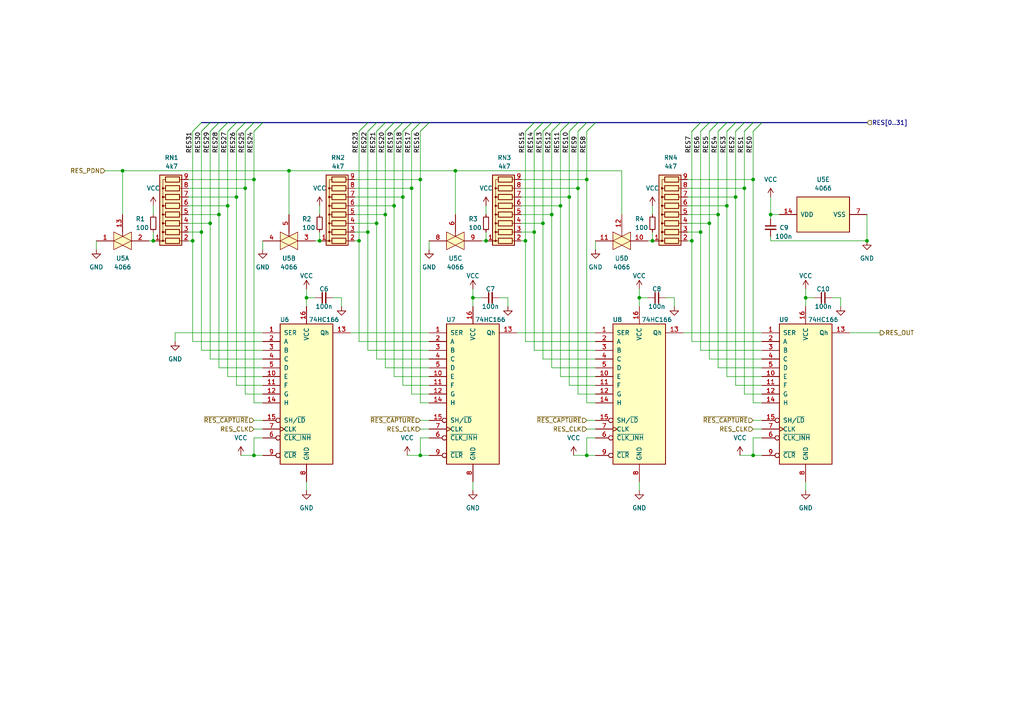
<source format=kicad_sch>
(kicad_sch (version 20211123) (generator eeschema)
  (paper "A4")
  (title_block (title "Test Result Capture Circuit") (date "2022-12-15") (rev "0") (company "Microcode.io"))
  (lib_symbols
    (symbol "4xxx:4066" (pin_names (offset 1.016))
      (property "Reference" "U" (at -7.62 8.89 0))
      (property "Value" "4066" (at -7.62 -8.89 0))
      (symbol "4066_1_0"
        (polyline (pts (xy 0 1.27) (xy 0 2.54)) (stroke (width 0.1524)))
        (polyline (pts (xy -2.54 0) (xy 2.54 2.54) (xy 2.54 -2.54) (xy -2.54 0)) (fill (type background)))
        (polyline (pts (xy -2.54 2.54) (xy 2.54 0) (xy -2.54 -2.54) (xy -2.54 2.54)) (fill (type background)))
        (pin passive line (at -7.62 0 0) (length 5.08) (name "~") (number "1"))
        (pin input line (at 0 7.62 270) (length 5.08) (name "~") (number "13"))
        (pin passive line (at 7.62 0 180) (length 5.08) (name "~") (number "2"))
      )
      (symbol "4066_2_0"
        (polyline (pts (xy 0 1.27) (xy 0 2.54)) (stroke (width 0.1524)))
        (polyline (pts (xy -2.54 0) (xy 2.54 2.54) (xy 2.54 -2.54) (xy -2.54 0)) (fill (type background)))
        (polyline (pts (xy -2.54 2.54) (xy 2.54 0) (xy -2.54 -2.54) (xy -2.54 2.54)) (fill (type background)))
        (pin passive line (at 7.62 0 180) (length 5.08) (name "~") (number "3"))
        (pin passive line (at -7.62 0 0) (length 5.08) (name "~") (number "4"))
        (pin input line (at 0 7.62 270) (length 5.08) (name "~") (number "5"))
      )
      (symbol "4066_3_0"
        (polyline (pts (xy 0 1.27) (xy 0 2.54)) (stroke (width 0.1524)))
        (polyline (pts (xy -2.54 0) (xy 2.54 2.54) (xy 2.54 -2.54) (xy -2.54 0)) (fill (type background)))
        (polyline (pts (xy -2.54 2.54) (xy 2.54 0) (xy -2.54 -2.54) (xy -2.54 2.54)) (fill (type background)))
        (pin input line (at 0 7.62 270) (length 5.08) (name "~") (number "6"))
        (pin passive line (at -7.62 0 0) (length 5.08) (name "~") (number "8"))
        (pin passive line (at 7.62 0 180) (length 5.08) (name "~") (number "9"))
      )
      (symbol "4066_4_0"
        (polyline (pts (xy 0 1.27) (xy 0 2.54)) (stroke (width 0.1524)))
        (polyline (pts (xy -2.54 0) (xy 2.54 2.54) (xy 2.54 -2.54) (xy -2.54 0)) (fill (type background)))
        (polyline (pts (xy -2.54 2.54) (xy 2.54 0) (xy -2.54 -2.54) (xy -2.54 2.54)) (fill (type background)))
        (pin passive line (at 7.62 0 180) (length 5.08) (name "~") (number "10"))
        (pin passive line (at -7.62 0 0) (length 5.08) (name "~") (number "11"))
        (pin input line (at 0 7.62 270) (length 5.08) (name "~") (number "12"))
      )
      (symbol "4066_5_0"
        (pin power_in line (at 0 12.7 270) (length 5.08) (name "VDD") (number "14"))
        (pin power_in line (at 0 -12.7 90) (length 5.08) (name "VSS") (number "7"))
      )
      (symbol "4066_5_1"
        (rectangle (start -5.08 7.62) (end 5.08 -7.62) (stroke (width 0.254)) (fill (type background)))
      )
    )
    (symbol "74xx:74LS166" (pin_names (offset 1.016))
      (property "Reference" "U?" (at -6.35 21.59 0))
      (property "Value" "74HC166" (at 5.08 21.59 0))
      (symbol "74LS166_1_0"
        (pin input line (at -12.7 17.78 0) (length 5.08) (name "SER") (number "1"))
        (pin input line (at -12.7 5.08 0) (length 5.08) (name "E") (number "10"))
        (pin input line (at -12.7 2.54 0) (length 5.08) (name "F") (number "11"))
        (pin input line (at -12.7 0 0) (length 5.08) (name "G") (number "12"))
        (pin output line (at 12.7 17.78 180) (length 5.08) (name "Qh") (number "13"))
        (pin input line (at -12.7 -2.54 0) (length 5.08) (name "H") (number "14"))
        (pin input inverted (at -12.7 -7.62 0) (length 5.08) (name "SH/~{LD}") (number "15"))
        (pin power_in line (at 0 25.4 270) (length 5.08) (name "VCC") (number "16"))
        (pin input line (at -12.7 15.24 0) (length 5.08) (name "A") (number "2"))
        (pin input line (at -12.7 12.7 0) (length 5.08) (name "B") (number "3"))
        (pin input line (at -12.7 10.16 0) (length 5.08) (name "C") (number "4"))
        (pin input line (at -12.7 7.62 0) (length 5.08) (name "D") (number "5"))
        (pin input inverted (at -12.7 -12.7 0) (length 5.08) (name "~{CLK_INH}") (number "6"))
        (pin input clock (at -12.7 -10.16 0) (length 5.08) (name "CLK") (number "7"))
        (pin power_in line (at 0 -25.4 90) (length 5.08) (name "GND") (number "8"))
        (pin input inverted (at -12.7 -17.78 0) (length 5.08) (name "~{CLR}") (number "9"))
      )
      (symbol "74LS166_1_1"
        (rectangle (start -7.62 20.32) (end 7.62 -20.32) (stroke (width 0.254)) (fill (type background)))
      )
    )
    (symbol "Device:C_Small" (pin_numbers hide) (pin_names (offset 0.254) hide)
      (property "Reference" "C" (at 0.254 1.778 0))
      (property "Value" "C_Small" (at 0.254 -2.032 0))
      (symbol "C_Small_0_1"
        (polyline (pts (xy -1.524 -0.508) (xy 1.524 -0.508)) (stroke (width 0.3302)))
        (polyline (pts (xy -1.524 0.508) (xy 1.524 0.508)) (stroke (width 0.3048)))
      )
      (symbol "C_Small_1_1"
        (pin passive line (at 0 2.54 270) (length 2.032) (name "~") (number "1"))
        (pin passive line (at 0 -2.54 90) (length 2.032) (name "~") (number "2"))
      )
    )
    (symbol "Device:R_Network08" (pin_names (offset 0) hide)
      (property "Reference" "RN" (at -12.7 0 90))
      (property "Value" "R_Network08" (at 10.16 0 90))
      (symbol "R_Network08_0_1"
        (rectangle (start -11.43 -3.175) (end 8.89 3.175) (stroke (width 0.254)) (fill (type background)))
        (rectangle (start -10.922 1.524) (end -9.398 -2.54) (stroke (width 0.254)))
        (circle (center -10.16 2.286) (radius 0.254) (fill (type outline)))
        (rectangle (start -8.382 1.524) (end -6.858 -2.54) (stroke (width 0.254)))
        (circle (center -7.62 2.286) (radius 0.254) (fill (type outline)))
        (rectangle (start -5.842 1.524) (end -4.318 -2.54) (stroke (width 0.254)))
        (circle (center -5.08 2.286) (radius 0.254) (fill (type outline)))
        (rectangle (start -3.302 1.524) (end -1.778 -2.54) (stroke (width 0.254)))
        (circle (center -2.54 2.286) (radius 0.254) (fill (type outline)))
        (rectangle (start -0.762 1.524) (end 0.762 -2.54) (stroke (width 0.254)))
        (polyline (pts (xy -10.16 -2.54) (xy -10.16 -3.81)))
        (polyline (pts (xy -7.62 -2.54) (xy -7.62 -3.81)))
        (polyline (pts (xy -5.08 -2.54) (xy -5.08 -3.81)))
        (polyline (pts (xy -2.54 -2.54) (xy -2.54 -3.81)))
        (polyline (pts (xy 0 -2.54) (xy 0 -3.81)))
        (polyline (pts (xy 2.54 -2.54) (xy 2.54 -3.81)))
        (polyline (pts (xy 5.08 -2.54) (xy 5.08 -3.81)))
        (polyline (pts (xy 7.62 -2.54) (xy 7.62 -3.81)))
        (polyline (pts (xy -10.16 1.524) (xy -10.16 2.286) (xy -7.62 2.286) (xy -7.62 1.524)))
        (polyline (pts (xy -7.62 1.524) (xy -7.62 2.286) (xy -5.08 2.286) (xy -5.08 1.524)))
        (polyline (pts (xy -5.08 1.524) (xy -5.08 2.286) (xy -2.54 2.286) (xy -2.54 1.524)))
        (polyline (pts (xy -2.54 1.524) (xy -2.54 2.286) (xy 0 2.286) (xy 0 1.524)))
        (polyline (pts (xy 0 1.524) (xy 0 2.286) (xy 2.54 2.286) (xy 2.54 1.524)))
        (polyline (pts (xy 2.54 1.524) (xy 2.54 2.286) (xy 5.08 2.286) (xy 5.08 1.524)))
        (polyline (pts (xy 5.08 1.524) (xy 5.08 2.286) (xy 7.62 2.286) (xy 7.62 1.524)))
        (circle (center 0 2.286) (radius 0.254) (fill (type outline)))
        (rectangle (start 1.778 1.524) (end 3.302 -2.54) (stroke (width 0.254)))
        (circle (center 2.54 2.286) (radius 0.254) (fill (type outline)))
        (rectangle (start 4.318 1.524) (end 5.842 -2.54) (stroke (width 0.254)))
        (circle (center 5.08 2.286) (radius 0.254) (fill (type outline)))
        (rectangle (start 6.858 1.524) (end 8.382 -2.54) (stroke (width 0.254)))
      )
      (symbol "R_Network08_1_1"
        (pin passive line (at -10.16 5.08 270) (length 2.54) (name "common") (number "1"))
        (pin passive line (at -10.16 -5.08 90) (length 1.27) (name "R1") (number "2"))
        (pin passive line (at -7.62 -5.08 90) (length 1.27) (name "R2") (number "3"))
        (pin passive line (at -5.08 -5.08 90) (length 1.27) (name "R3") (number "4"))
        (pin passive line (at -2.54 -5.08 90) (length 1.27) (name "R4") (number "5"))
        (pin passive line (at 0 -5.08 90) (length 1.27) (name "R5") (number "6"))
        (pin passive line (at 2.54 -5.08 90) (length 1.27) (name "R6") (number "7"))
        (pin passive line (at 5.08 -5.08 90) (length 1.27) (name "R7") (number "8"))
        (pin passive line (at 7.62 -5.08 90) (length 1.27) (name "R8") (number "9"))
      )
    )
    (symbol "Device:R_Small" (pin_numbers hide) (pin_names (offset 0.254) hide)
      (property "Reference" "R" (at 0.762 0.508 0))
      (property "Value" "R_Small" (at 0.762 -1.016 0))
      (symbol "R_Small_0_1"
        (rectangle (start -0.762 1.778) (end 0.762 -1.778) (stroke (width 0.2032)))
      )
      (symbol "R_Small_1_1"
        (pin passive line (at 0 2.54 270) (length 0.762) (name "~") (number "1"))
        (pin passive line (at 0 -2.54 90) (length 0.762) (name "~") (number "2"))
      )
    )
    (symbol "power:GND" (power) (pin_names (offset 0))
      (property "Value" "GND" (at 0 -3.81 0))
      (symbol "GND_0_1"
        (polyline (pts (xy 0 0) (xy 0 -1.27) (xy 1.27 -1.27) (xy 0 -2.54) (xy -1.27 -1.27) (xy 0 -1.27)))
      )
      (symbol "GND_1_1"
        (pin power_in line (at 0 0 270) (length 0) hide (name "GND") (number "1"))
      )
    )
    (symbol "power:VCC" (power) (pin_names (offset 0))
      (property "Value" "VCC" (at 0 3.81 0))
      (symbol "VCC_0_1"
        (polyline (pts (xy -0.762 1.27) (xy 0 2.54)))
        (polyline (pts (xy 0 0) (xy 0 2.54)))
        (polyline (pts (xy 0 2.54) (xy 0.762 1.27)))
      )
      (symbol "VCC_1_1"
        (pin power_in line (at 0 0 90) (length 0) hide (name "VCC") (number "1"))
      )
    )
  )
  (junction (at 210.82 59.69))
  (junction (at 203.2 67.31))
  (junction (at 160.02 62.23))
  (junction (at 88.9 86.36))
  (junction (at 63.5 62.23))
  (junction (at 189.23 69.85))
  (junction (at 111.76 62.23))
  (junction (at 200.66 69.85))
  (junction (at 233.68 86.36))
  (junction (at 83.82 49.53))
  (junction (at 109.22 64.77))
  (junction (at 44.45 69.85))
  (junction (at 218.44 132.08))
  (junction (at 114.3 59.69))
  (junction (at 106.68 67.31))
  (junction (at 104.14 69.85))
  (junction (at 170.18 132.08))
  (junction (at 137.16 86.36))
  (junction (at 60.96 64.77))
  (junction (at 35.56 49.53))
  (junction (at 68.58 57.15))
  (junction (at 223.52 62.23))
  (junction (at 165.1 57.15))
  (junction (at 218.44 52.07))
  (junction (at 205.74 64.77))
  (junction (at 162.56 59.69))
  (junction (at 140.97 69.85))
  (junction (at 185.42 86.36))
  (junction (at 119.38 54.61))
  (junction (at 208.28 62.23))
  (junction (at 73.66 132.08))
  (junction (at 116.84 57.15))
  (junction (at 154.94 67.31))
  (junction (at 167.64 54.61))
  (junction (at 215.9 54.61))
  (junction (at 251.46 69.85))
  (junction (at 92.71 69.85))
  (junction (at 157.48 64.77))
  (junction (at 121.92 52.07))
  (junction (at 55.88 69.85))
  (junction (at 213.36 57.15))
  (junction (at 66.04 59.69))
  (junction (at 170.18 52.07))
  (junction (at 152.4 69.85))
  (junction (at 121.92 132.08))
  (junction (at 58.42 67.31))
  (junction (at 73.66 52.07))
  (junction (at 71.12 54.61))
  (junction (at 132.08 49.53))
  (bus_entry (at 165.1 38.1) (size 2.54 -2.54))
  (bus_entry (at 165.1 38.1) (size 2.54 -2.54))
  (bus_entry (at 73.66 38.1) (size 2.54 -2.54))
  (bus_entry (at 73.66 38.1) (size 2.54 -2.54))
  (bus_entry (at 114.3 38.1) (size 2.54 -2.54))
  (bus_entry (at 114.3 38.1) (size 2.54 -2.54))
  (bus_entry (at 55.88 38.1) (size 2.54 -2.54))
  (bus_entry (at 55.88 38.1) (size 2.54 -2.54))
  (bus_entry (at 109.22 38.1) (size 2.54 -2.54))
  (bus_entry (at 109.22 38.1) (size 2.54 -2.54))
  (bus_entry (at 218.44 38.1) (size 2.54 -2.54))
  (bus_entry (at 218.44 38.1) (size 2.54 -2.54))
  (bus_entry (at 157.48 38.1) (size 2.54 -2.54))
  (bus_entry (at 157.48 38.1) (size 2.54 -2.54))
  (bus_entry (at 200.66 38.1) (size 2.54 -2.54))
  (bus_entry (at 200.66 38.1) (size 2.54 -2.54))
  (bus_entry (at 63.5 38.1) (size 2.54 -2.54))
  (bus_entry (at 63.5 38.1) (size 2.54 -2.54))
  (bus_entry (at 119.38 38.1) (size 2.54 -2.54))
  (bus_entry (at 119.38 38.1) (size 2.54 -2.54))
  (bus_entry (at 170.18 38.1) (size 2.54 -2.54))
  (bus_entry (at 170.18 38.1) (size 2.54 -2.54))
  (bus_entry (at 66.04 38.1) (size 2.54 -2.54))
  (bus_entry (at 66.04 38.1) (size 2.54 -2.54))
  (bus_entry (at 152.4 38.1) (size 2.54 -2.54))
  (bus_entry (at 152.4 38.1) (size 2.54 -2.54))
  (bus_entry (at 111.76 38.1) (size 2.54 -2.54))
  (bus_entry (at 111.76 38.1) (size 2.54 -2.54))
  (bus_entry (at 205.74 38.1) (size 2.54 -2.54))
  (bus_entry (at 205.74 38.1) (size 2.54 -2.54))
  (bus_entry (at 116.84 38.1) (size 2.54 -2.54))
  (bus_entry (at 116.84 38.1) (size 2.54 -2.54))
  (bus_entry (at 68.58 38.1) (size 2.54 -2.54))
  (bus_entry (at 68.58 38.1) (size 2.54 -2.54))
  (bus_entry (at 121.92 38.1) (size 2.54 -2.54))
  (bus_entry (at 121.92 38.1) (size 2.54 -2.54))
  (bus_entry (at 162.56 38.1) (size 2.54 -2.54))
  (bus_entry (at 162.56 38.1) (size 2.54 -2.54))
  (bus_entry (at 104.14 38.1) (size 2.54 -2.54))
  (bus_entry (at 104.14 38.1) (size 2.54 -2.54))
  (bus_entry (at 58.42 38.1) (size 2.54 -2.54))
  (bus_entry (at 58.42 38.1) (size 2.54 -2.54))
  (bus_entry (at 60.96 38.1) (size 2.54 -2.54))
  (bus_entry (at 60.96 38.1) (size 2.54 -2.54))
  (bus_entry (at 160.02 38.1) (size 2.54 -2.54))
  (bus_entry (at 160.02 38.1) (size 2.54 -2.54))
  (bus_entry (at 210.82 38.1) (size 2.54 -2.54))
  (bus_entry (at 210.82 38.1) (size 2.54 -2.54))
  (bus_entry (at 71.12 38.1) (size 2.54 -2.54))
  (bus_entry (at 71.12 38.1) (size 2.54 -2.54))
  (bus_entry (at 213.36 38.1) (size 2.54 -2.54))
  (bus_entry (at 213.36 38.1) (size 2.54 -2.54))
  (bus_entry (at 208.28 38.1) (size 2.54 -2.54))
  (bus_entry (at 208.28 38.1) (size 2.54 -2.54))
  (bus_entry (at 215.9 38.1) (size 2.54 -2.54))
  (bus_entry (at 215.9 38.1) (size 2.54 -2.54))
  (bus_entry (at 167.64 38.1) (size 2.54 -2.54))
  (bus_entry (at 167.64 38.1) (size 2.54 -2.54))
  (bus_entry (at 154.94 38.1) (size 2.54 -2.54))
  (bus_entry (at 154.94 38.1) (size 2.54 -2.54))
  (bus_entry (at 203.2 38.1) (size 2.54 -2.54))
  (bus_entry (at 203.2 38.1) (size 2.54 -2.54))
  (bus_entry (at 106.68 38.1) (size 2.54 -2.54))
  (bus_entry (at 106.68 38.1) (size 2.54 -2.54))
  (bus (pts (xy 68.58 35.56) (xy 71.12 35.56)))
  (wire (pts (xy 66.04 59.69) (xy 66.04 109.22)))
  (wire (pts (xy 60.96 64.77) (xy 60.96 104.14)))
  (wire (pts (xy 205.74 38.1) (xy 205.74 64.77)))
  (wire (pts (xy 172.72 111.76) (xy 165.1 111.76)))
  (wire (pts (xy 68.58 57.15) (xy 68.58 111.76)))
  (wire (pts (xy 121.92 132.08) (xy 124.46 132.08)))
  (wire (pts (xy 220.98 101.6) (xy 203.2 101.6)))
  (wire (pts (xy 124.46 96.52) (xy 101.6 96.52)))
  (wire (pts (xy 102.87 69.85) (xy 104.14 69.85)))
  (wire (pts (xy 218.44 121.92) (xy 220.98 121.92)))
  (wire (pts (xy 203.2 67.31) (xy 203.2 101.6)))
  (wire (pts (xy 140.97 59.69) (xy 140.97 62.23)))
  (wire (pts (xy 55.88 69.85) (xy 55.88 99.06)))
  (wire (pts (xy 44.45 67.31) (xy 44.45 69.85)))
  (wire (pts (xy 140.97 67.31) (xy 140.97 69.85)))
  (wire (pts (xy 54.61 64.77) (xy 60.96 64.77)))
  (wire (pts (xy 114.3 38.1) (xy 114.3 59.69)))
  (bus (pts (xy 210.82 35.56) (xy 213.36 35.56)))
  (wire (pts (xy 124.46 111.76) (xy 116.84 111.76)))
  (wire (pts (xy 30.48 49.53) (xy 35.56 49.53)))
  (bus (pts (xy 60.96 35.56) (xy 63.5 35.56)))
  (wire (pts (xy 118.11 132.08) (xy 121.92 132.08)))
  (wire (pts (xy 185.42 86.36) (xy 187.96 86.36)))
  (wire (pts (xy 172.72 99.06) (xy 152.4 99.06)))
  (wire (pts (xy 83.82 49.53) (xy 83.82 62.23)))
  (wire (pts (xy 88.9 86.36) (xy 91.44 86.36)))
  (bus (pts (xy 63.5 35.56) (xy 66.04 35.56)))
  (wire (pts (xy 220.98 104.14) (xy 205.74 104.14)))
  (wire (pts (xy 76.2 114.3) (xy 71.12 114.3)))
  (wire (pts (xy 55.88 38.1) (xy 55.88 69.85)))
  (wire (pts (xy 167.64 54.61) (xy 167.64 114.3)))
  (wire (pts (xy 119.38 38.1) (xy 119.38 54.61)))
  (wire (pts (xy 214.63 132.08) (xy 218.44 132.08)))
  (wire (pts (xy 102.87 67.31) (xy 106.68 67.31)))
  (wire (pts (xy 172.72 101.6) (xy 154.94 101.6)))
  (wire (pts (xy 132.08 49.53) (xy 180.34 49.53)))
  (wire (pts (xy 172.72 127) (xy 170.18 127)))
  (wire (pts (xy 220.98 96.52) (xy 198.12 96.52)))
  (bus (pts (xy 109.22 35.56) (xy 111.76 35.56)))
  (wire (pts (xy 76.2 106.68) (xy 63.5 106.68)))
  (wire (pts (xy 208.28 62.23) (xy 208.28 106.68)))
  (wire (pts (xy 91.44 69.85) (xy 92.71 69.85)))
  (wire (pts (xy 200.66 69.85) (xy 200.66 99.06)))
  (bus (pts (xy 162.56 35.56) (xy 165.1 35.56)))
  (bus (pts (xy 116.84 35.56) (xy 119.38 35.56)))
  (wire (pts (xy 124.46 104.14) (xy 109.22 104.14)))
  (wire (pts (xy 44.45 59.69) (xy 44.45 62.23)))
  (wire (pts (xy 223.52 62.23) (xy 223.52 63.5)))
  (wire (pts (xy 151.13 69.85) (xy 152.4 69.85)))
  (wire (pts (xy 88.9 83.82) (xy 88.9 86.36)))
  (wire (pts (xy 111.76 62.23) (xy 111.76 106.68)))
  (wire (pts (xy 73.66 121.92) (xy 76.2 121.92)))
  (wire (pts (xy 76.2 104.14) (xy 60.96 104.14)))
  (wire (pts (xy 189.23 59.69) (xy 189.23 62.23)))
  (bus (pts (xy 165.1 35.56) (xy 167.64 35.56)))
  (wire (pts (xy 54.61 54.61) (xy 71.12 54.61)))
  (wire (pts (xy 116.84 57.15) (xy 116.84 111.76)))
  (wire (pts (xy 199.39 62.23) (xy 208.28 62.23)))
  (wire (pts (xy 151.13 59.69) (xy 162.56 59.69)))
  (wire (pts (xy 185.42 139.7) (xy 185.42 142.24)))
  (wire (pts (xy 54.61 67.31) (xy 58.42 67.31)))
  (wire (pts (xy 124.46 109.22) (xy 114.3 109.22)))
  (wire (pts (xy 185.42 86.36) (xy 185.42 88.9)))
  (wire (pts (xy 124.46 127) (xy 121.92 127)))
  (bus (pts (xy 167.64 35.56) (xy 170.18 35.56)))
  (wire (pts (xy 27.94 69.85) (xy 27.94 72.39)))
  (wire (pts (xy 170.18 124.46) (xy 172.72 124.46)))
  (wire (pts (xy 121.92 52.07) (xy 121.92 116.84)))
  (bus (pts (xy 172.72 35.56) (xy 203.2 35.56)))
  (wire (pts (xy 54.61 59.69) (xy 66.04 59.69)))
  (wire (pts (xy 73.66 124.46) (xy 76.2 124.46)))
  (wire (pts (xy 233.68 139.7) (xy 233.68 142.24)))
  (wire (pts (xy 92.71 59.69) (xy 92.71 62.23)))
  (bus (pts (xy 213.36 35.56) (xy 215.9 35.56)))
  (wire (pts (xy 251.46 62.23) (xy 251.46 69.85)))
  (wire (pts (xy 170.18 121.92) (xy 172.72 121.92)))
  (wire (pts (xy 69.85 132.08) (xy 73.66 132.08)))
  (wire (pts (xy 215.9 54.61) (xy 215.9 114.3)))
  (bus (pts (xy 208.28 35.56) (xy 210.82 35.56)))
  (wire (pts (xy 233.68 83.82) (xy 233.68 86.36)))
  (wire (pts (xy 76.2 96.52) (xy 50.8 96.52)))
  (wire (pts (xy 140.97 69.85) (xy 143.51 69.85)))
  (wire (pts (xy 210.82 59.69) (xy 210.82 109.22)))
  (wire (pts (xy 205.74 64.77) (xy 205.74 104.14)))
  (wire (pts (xy 220.98 114.3) (xy 215.9 114.3)))
  (wire (pts (xy 189.23 69.85) (xy 191.77 69.85)))
  (wire (pts (xy 76.2 99.06) (xy 55.88 99.06)))
  (wire (pts (xy 73.66 127) (xy 73.66 132.08)))
  (wire (pts (xy 76.2 127) (xy 73.66 127)))
  (wire (pts (xy 54.61 52.07) (xy 73.66 52.07)))
  (bus (pts (xy 157.48 35.56) (xy 160.02 35.56)))
  (bus (pts (xy 124.46 35.56) (xy 154.94 35.56)))
  (bus (pts (xy 106.68 35.56) (xy 109.22 35.56)))
  (wire (pts (xy 121.92 38.1) (xy 121.92 52.07)))
  (wire (pts (xy 243.84 86.36) (xy 243.84 88.9)))
  (wire (pts (xy 35.56 49.53) (xy 35.56 62.23)))
  (wire (pts (xy 165.1 38.1) (xy 165.1 57.15)))
  (wire (pts (xy 220.98 99.06) (xy 200.66 99.06)))
  (bus (pts (xy 114.3 35.56) (xy 116.84 35.56)))
  (wire (pts (xy 220.98 111.76) (xy 213.36 111.76)))
  (wire (pts (xy 137.16 83.82) (xy 137.16 86.36)))
  (wire (pts (xy 106.68 67.31) (xy 106.68 101.6)))
  (bus (pts (xy 76.2 35.56) (xy 106.68 35.56)))
  (wire (pts (xy 124.46 101.6) (xy 106.68 101.6)))
  (wire (pts (xy 102.87 57.15) (xy 116.84 57.15)))
  (wire (pts (xy 43.18 69.85) (xy 44.45 69.85)))
  (wire (pts (xy 200.66 38.1) (xy 200.66 69.85)))
  (wire (pts (xy 157.48 64.77) (xy 157.48 104.14)))
  (wire (pts (xy 63.5 62.23) (xy 63.5 106.68)))
  (wire (pts (xy 119.38 54.61) (xy 119.38 114.3)))
  (wire (pts (xy 151.13 52.07) (xy 170.18 52.07)))
  (wire (pts (xy 199.39 57.15) (xy 213.36 57.15)))
  (wire (pts (xy 172.72 106.68) (xy 160.02 106.68)))
  (wire (pts (xy 152.4 38.1) (xy 152.4 69.85)))
  (wire (pts (xy 223.52 69.85) (xy 251.46 69.85)))
  (wire (pts (xy 104.14 38.1) (xy 104.14 69.85)))
  (wire (pts (xy 66.04 38.1) (xy 66.04 59.69)))
  (wire (pts (xy 73.66 38.1) (xy 73.66 52.07)))
  (wire (pts (xy 121.92 121.92) (xy 124.46 121.92)))
  (wire (pts (xy 137.16 86.36) (xy 137.16 88.9)))
  (wire (pts (xy 246.38 96.52) (xy 255.27 96.52)))
  (wire (pts (xy 233.68 86.36) (xy 236.22 86.36)))
  (wire (pts (xy 102.87 59.69) (xy 114.3 59.69)))
  (wire (pts (xy 199.39 64.77) (xy 205.74 64.77)))
  (bus (pts (xy 215.9 35.56) (xy 218.44 35.56)))
  (wire (pts (xy 76.2 109.22) (xy 66.04 109.22)))
  (wire (pts (xy 68.58 38.1) (xy 68.58 57.15)))
  (wire (pts (xy 154.94 38.1) (xy 154.94 67.31)))
  (wire (pts (xy 76.2 101.6) (xy 58.42 101.6)))
  (wire (pts (xy 199.39 67.31) (xy 203.2 67.31)))
  (wire (pts (xy 218.44 52.07) (xy 218.44 116.84)))
  (wire (pts (xy 124.46 114.3) (xy 119.38 114.3)))
  (wire (pts (xy 154.94 67.31) (xy 154.94 101.6)))
  (bus (pts (xy 160.02 35.56) (xy 162.56 35.56)))
  (wire (pts (xy 218.44 132.08) (xy 220.98 132.08)))
  (wire (pts (xy 170.18 132.08) (xy 172.72 132.08)))
  (wire (pts (xy 76.2 69.85) (xy 76.2 72.39)))
  (wire (pts (xy 218.44 124.46) (xy 220.98 124.46)))
  (wire (pts (xy 88.9 86.36) (xy 88.9 88.9)))
  (wire (pts (xy 137.16 139.7) (xy 137.16 142.24)))
  (wire (pts (xy 35.56 49.53) (xy 83.82 49.53)))
  (bus (pts (xy 119.38 35.56) (xy 121.92 35.56)))
  (wire (pts (xy 167.64 38.1) (xy 167.64 54.61)))
  (wire (pts (xy 151.13 64.77) (xy 157.48 64.77)))
  (wire (pts (xy 213.36 57.15) (xy 213.36 111.76)))
  (wire (pts (xy 114.3 59.69) (xy 114.3 109.22)))
  (wire (pts (xy 199.39 59.69) (xy 210.82 59.69)))
  (wire (pts (xy 124.46 116.84) (xy 121.92 116.84)))
  (wire (pts (xy 116.84 38.1) (xy 116.84 57.15)))
  (wire (pts (xy 54.61 57.15) (xy 68.58 57.15)))
  (wire (pts (xy 172.72 104.14) (xy 157.48 104.14)))
  (wire (pts (xy 58.42 67.31) (xy 58.42 101.6)))
  (bus (pts (xy 58.42 35.56) (xy 60.96 35.56)))
  (bus (pts (xy 205.74 35.56) (xy 208.28 35.56)))
  (wire (pts (xy 162.56 59.69) (xy 162.56 109.22)))
  (wire (pts (xy 73.66 132.08) (xy 76.2 132.08)))
  (wire (pts (xy 172.72 109.22) (xy 162.56 109.22)))
  (wire (pts (xy 193.04 86.36) (xy 195.58 86.36)))
  (wire (pts (xy 137.16 86.36) (xy 139.7 86.36)))
  (wire (pts (xy 172.72 114.3) (xy 167.64 114.3)))
  (wire (pts (xy 157.48 38.1) (xy 157.48 64.77)))
  (wire (pts (xy 102.87 62.23) (xy 111.76 62.23)))
  (wire (pts (xy 147.32 86.36) (xy 147.32 88.9)))
  (wire (pts (xy 213.36 38.1) (xy 213.36 57.15)))
  (wire (pts (xy 102.87 64.77) (xy 109.22 64.77)))
  (wire (pts (xy 170.18 127) (xy 170.18 132.08)))
  (bus (pts (xy 73.66 35.56) (xy 76.2 35.56)))
  (wire (pts (xy 121.92 127) (xy 121.92 132.08)))
  (wire (pts (xy 54.61 69.85) (xy 55.88 69.85)))
  (wire (pts (xy 151.13 54.61) (xy 167.64 54.61)))
  (wire (pts (xy 233.68 86.36) (xy 233.68 88.9)))
  (wire (pts (xy 160.02 38.1) (xy 160.02 62.23)))
  (wire (pts (xy 220.98 106.68) (xy 208.28 106.68)))
  (wire (pts (xy 165.1 57.15) (xy 165.1 111.76)))
  (wire (pts (xy 203.2 38.1) (xy 203.2 67.31)))
  (wire (pts (xy 172.72 69.85) (xy 172.72 72.39)))
  (wire (pts (xy 73.66 52.07) (xy 73.66 116.84)))
  (wire (pts (xy 44.45 69.85) (xy 46.99 69.85)))
  (wire (pts (xy 199.39 69.85) (xy 200.66 69.85)))
  (bus (pts (xy 203.2 35.56) (xy 205.74 35.56)))
  (wire (pts (xy 144.78 86.36) (xy 147.32 86.36)))
  (wire (pts (xy 220.98 116.84) (xy 218.44 116.84)))
  (wire (pts (xy 124.46 69.85) (xy 124.46 72.39)))
  (wire (pts (xy 54.61 62.23) (xy 63.5 62.23)))
  (wire (pts (xy 124.46 99.06) (xy 104.14 99.06)))
  (wire (pts (xy 92.71 69.85) (xy 95.25 69.85)))
  (wire (pts (xy 104.14 69.85) (xy 104.14 99.06)))
  (bus (pts (xy 154.94 35.56) (xy 157.48 35.56)))
  (bus (pts (xy 121.92 35.56) (xy 124.46 35.56)))
  (wire (pts (xy 102.87 54.61) (xy 119.38 54.61)))
  (wire (pts (xy 199.39 52.07) (xy 218.44 52.07)))
  (wire (pts (xy 99.06 86.36) (xy 99.06 88.9)))
  (wire (pts (xy 199.39 54.61) (xy 215.9 54.61)))
  (wire (pts (xy 63.5 38.1) (xy 63.5 62.23)))
  (bus (pts (xy 111.76 35.56) (xy 114.3 35.56)))
  (wire (pts (xy 106.68 38.1) (xy 106.68 67.31)))
  (bus (pts (xy 71.12 35.56) (xy 73.66 35.56)))
  (wire (pts (xy 162.56 38.1) (xy 162.56 59.69)))
  (wire (pts (xy 223.52 57.15) (xy 223.52 62.23)))
  (wire (pts (xy 102.87 52.07) (xy 121.92 52.07)))
  (wire (pts (xy 185.42 83.82) (xy 185.42 86.36)))
  (wire (pts (xy 160.02 62.23) (xy 160.02 106.68)))
  (bus (pts (xy 170.18 35.56) (xy 172.72 35.56)))
  (wire (pts (xy 50.8 96.52) (xy 50.8 99.06)))
  (wire (pts (xy 210.82 38.1) (xy 210.82 59.69)))
  (wire (pts (xy 218.44 38.1) (xy 218.44 52.07)))
  (wire (pts (xy 151.13 62.23) (xy 160.02 62.23)))
  (wire (pts (xy 223.52 62.23) (xy 226.06 62.23)))
  (bus (pts (xy 66.04 35.56) (xy 68.58 35.56)))
  (wire (pts (xy 170.18 52.07) (xy 170.18 116.84)))
  (wire (pts (xy 109.22 38.1) (xy 109.22 64.77)))
  (wire (pts (xy 124.46 106.68) (xy 111.76 106.68)))
  (wire (pts (xy 109.22 64.77) (xy 109.22 104.14)))
  (wire (pts (xy 215.9 38.1) (xy 215.9 54.61)))
  (wire (pts (xy 76.2 116.84) (xy 73.66 116.84)))
  (wire (pts (xy 139.7 69.85) (xy 140.97 69.85)))
  (bus (pts (xy 218.44 35.56) (xy 220.98 35.56)))
  (wire (pts (xy 220.98 127) (xy 218.44 127)))
  (wire (pts (xy 195.58 86.36) (xy 195.58 88.9)))
  (wire (pts (xy 172.72 116.84) (xy 170.18 116.84)))
  (bus (pts (xy 220.98 35.56) (xy 251.46 35.56)))
  (wire (pts (xy 76.2 111.76) (xy 68.58 111.76)))
  (wire (pts (xy 111.76 38.1) (xy 111.76 62.23)))
  (wire (pts (xy 151.13 67.31) (xy 154.94 67.31)))
  (wire (pts (xy 187.96 69.85) (xy 189.23 69.85)))
  (wire (pts (xy 60.96 38.1) (xy 60.96 64.77)))
  (wire (pts (xy 220.98 109.22) (xy 210.82 109.22)))
  (wire (pts (xy 92.71 67.31) (xy 92.71 69.85)))
  (wire (pts (xy 151.13 57.15) (xy 165.1 57.15)))
  (wire (pts (xy 96.52 86.36) (xy 99.06 86.36)))
  (wire (pts (xy 71.12 54.61) (xy 71.12 114.3)))
  (wire (pts (xy 83.82 49.53) (xy 132.08 49.53)))
  (wire (pts (xy 172.72 96.52) (xy 149.86 96.52)))
  (wire (pts (xy 88.9 139.7) (xy 88.9 142.24)))
  (wire (pts (xy 218.44 127) (xy 218.44 132.08)))
  (wire (pts (xy 241.3 86.36) (xy 243.84 86.36)))
  (wire (pts (xy 132.08 49.53) (xy 132.08 62.23)))
  (wire (pts (xy 170.18 38.1) (xy 170.18 52.07)))
  (wire (pts (xy 152.4 69.85) (xy 152.4 99.06)))
  (wire (pts (xy 208.28 38.1) (xy 208.28 62.23)))
  (wire (pts (xy 180.34 49.53) (xy 180.34 62.23)))
  (wire (pts (xy 166.37 132.08) (xy 170.18 132.08)))
  (wire (pts (xy 121.92 124.46) (xy 124.46 124.46)))
  (wire (pts (xy 71.12 38.1) (xy 71.12 54.61)))
  (wire (pts (xy 189.23 67.31) (xy 189.23 69.85)))
  (wire (pts (xy 58.42 38.1) (xy 58.42 67.31)))
  (wire (pts (xy 223.52 68.58) (xy 223.52 69.85)))
  (label "RES29" (at 60.96 44.45 90))
  (label "RES29" (at 60.96 44.45 90))
  (label "RES9" (at 167.64 44.45 90))
  (label "RES9" (at 167.64 44.45 90))
  (label "RES23" (at 104.14 44.45 90))
  (label "RES23" (at 104.14 44.45 90))
  (label "RES6" (at 203.2 44.45 90))
  (label "RES6" (at 203.2 44.45 90))
  (label "RES22" (at 106.68 44.45 90))
  (label "RES22" (at 106.68 44.45 90))
  (label "RES25" (at 71.12 44.45 90))
  (label "RES25" (at 71.12 44.45 90))
  (label "RES13" (at 157.48 44.45 90))
  (label "RES13" (at 157.48 44.45 90))
  (label "RES18" (at 116.84 44.45 90))
  (label "RES18" (at 116.84 44.45 90))
  (label "RES3" (at 210.82 44.45 90))
  (label "RES3" (at 210.82 44.45 90))
  (label "RES7" (at 200.66 44.45 90))
  (label "RES7" (at 200.66 44.45 90))
  (label "RES14" (at 154.94 44.45 90))
  (label "RES14" (at 154.94 44.45 90))
  (label "RES31" (at 55.88 44.45 90))
  (label "RES31" (at 55.88 44.45 90))
  (label "RES26" (at 68.58 44.45 90))
  (label "RES26" (at 68.58 44.45 90))
  (label "RES24" (at 73.66 44.45 90))
  (label "RES24" (at 73.66 44.45 90))
  (label "RES21" (at 109.22 44.45 90))
  (label "RES21" (at 109.22 44.45 90))
  (label "RES5" (at 205.74 44.45 90))
  (label "RES5" (at 205.74 44.45 90))
  (label "RES20" (at 111.76 44.45 90))
  (label "RES20" (at 111.76 44.45 90))
  (label "RES8" (at 170.18 44.45 90))
  (label "RES8" (at 170.18 44.45 90))
  (label "RES27" (at 66.04 44.45 90))
  (label "RES27" (at 66.04 44.45 90))
  (label "RES12" (at 160.02 44.45 90))
  (label "RES12" (at 160.02 44.45 90))
  (label "RES16" (at 121.92 44.45 90))
  (label "RES16" (at 121.92 44.45 90))
  (label "RES28" (at 63.5 44.45 90))
  (label "RES28" (at 63.5 44.45 90))
  (label "RES4" (at 208.28 44.45 90))
  (label "RES4" (at 208.28 44.45 90))
  (label "RES2" (at 213.36 44.45 90))
  (label "RES2" (at 213.36 44.45 90))
  (label "RES17" (at 119.38 44.45 90))
  (label "RES17" (at 119.38 44.45 90))
  (label "RES19" (at 114.3 44.45 90))
  (label "RES19" (at 114.3 44.45 90))
  (label "RES1" (at 215.9 44.45 90))
  (label "RES1" (at 215.9 44.45 90))
  (label "RES15" (at 152.4 44.45 90))
  (label "RES15" (at 152.4 44.45 90))
  (label "RES11" (at 162.56 44.45 90))
  (label "RES11" (at 162.56 44.45 90))
  (label "RES0" (at 218.44 44.45 90))
  (label "RES0" (at 218.44 44.45 90))
  (label "RES30" (at 58.42 44.45 90))
  (label "RES30" (at 58.42 44.45 90))
  (label "RES10" (at 165.1 44.45 90))
  (label "RES10" (at 165.1 44.45 90))
  (hierarchical_label "RES[0..31]" (shape input) (at 251.46 35.56 0))
  (hierarchical_label "RES[0..31]" (shape input) (at 251.46 35.56 0))
  (hierarchical_label "RES_OUT" (shape output) (at 255.27 96.52 0))
  (hierarchical_label "RES_OUT" (shape output) (at 255.27 96.52 0))
  (hierarchical_label "RES_CLK" (shape input) (at 73.66 124.46 180))
  (hierarchical_label "RES_CLK" (shape input) (at 73.66 124.46 180))
  (hierarchical_label "RES_CLK" (shape input) (at 170.18 124.46 180))
  (hierarchical_label "RES_CLK" (shape input) (at 170.18 124.46 180))
  (hierarchical_label "RES_PDN" (shape input) (at 30.48 49.53 180))
  (hierarchical_label "RES_PDN" (shape input) (at 30.48 49.53 180))
  (hierarchical_label "~{RES_CAPTURE}" (shape input) (at 73.66 121.92 180))
  (hierarchical_label "~{RES_CAPTURE}" (shape input) (at 73.66 121.92 180))
  (hierarchical_label "~{RES_CAPTURE}" (shape input) (at 170.18 121.92 180))
  (hierarchical_label "~{RES_CAPTURE}" (shape input) (at 170.18 121.92 180))
  (hierarchical_label "RES_CLK" (shape input) (at 121.92 124.46 180))
  (hierarchical_label "RES_CLK" (shape input) (at 121.92 124.46 180))
  (hierarchical_label "RES_CLK" (shape input) (at 218.44 124.46 180))
  (hierarchical_label "RES_CLK" (shape input) (at 218.44 124.46 180))
  (hierarchical_label "~{RES_CAPTURE}" (shape input) (at 121.92 121.92 180))
  (hierarchical_label "~{RES_CAPTURE}" (shape input) (at 121.92 121.92 180))
  (hierarchical_label "~{RES_CAPTURE}" (shape input) (at 218.44 121.92 180))
  (hierarchical_label "~{RES_CAPTURE}" (shape input) (at 218.44 121.92 180))
  (symbol (lib_id "power:GND") (at 137.16 142.24 0) (unit 1)
    (property "Reference" "#PWR029" (effects hide))
    (property "Value" "GND" (at 137.16 147.32 0))
  )
  (symbol (lib_id "power:GND") (at 137.16 142.24 0) (unit 1)
    (property "Reference" "#PWR029" (effects hide))
    (property "Value" "GND" (at 137.16 147.32 0))
  )
  (symbol (lib_id "Device:C_Small") (at 93.98 86.36 90) (unit 1)
    (property "Reference" "C6" (at 93.98 83.82 90))
    (property "Value" "100n" (at 93.98 88.9 90))
    (property "Footprint" "Capacitor_SMD:C_1206_3216Metric_Pad1.33x1.80mm_HandSolder" (effects hide))
  )
  (symbol (lib_id "Device:C_Small") (at 93.98 86.36 90) (unit 1)
    (property "Reference" "C6" (at 93.98 83.82 90))
    (property "Value" "100n" (at 93.98 88.9 90))
    (property "Footprint" "Capacitor_SMD:C_1206_3216Metric_Pad1.33x1.80mm_HandSolder" (effects hide))
  )
  (symbol (lib_id "Device:R_Small") (at 92.71 64.77 0) (unit 1)
    (property "Reference" "R2" (at 87.63 63.5 0) (effects (justify left)))
    (property "Value" "100" (at 87.63 66.04 0) (effects (justify left)))
    (property "Footprint" "Capacitor_SMD:C_1206_3216Metric_Pad1.33x1.80mm_HandSolder" (effects hide))
  )
  (symbol (lib_id "Device:R_Small") (at 92.71 64.77 0) (unit 1)
    (property "Reference" "R2" (at 87.63 63.5 0) (effects (justify left)))
    (property "Value" "100" (at 87.63 66.04 0) (effects (justify left)))
    (property "Footprint" "Capacitor_SMD:C_1206_3216Metric_Pad1.33x1.80mm_HandSolder" (effects hide))
  )
  (symbol (lib_id "power:VCC") (at 214.63 132.08 0) (unit 1)
    (property "Reference" "#PWR038" (effects hide))
    (property "Value" "VCC" (at 214.63 127 0))
  )
  (symbol (lib_id "power:VCC") (at 214.63 132.08 0) (unit 1)
    (property "Reference" "#PWR038" (effects hide))
    (property "Value" "VCC" (at 214.63 127 0))
  )
  (symbol (lib_id "power:VCC") (at 223.52 57.15 0) (unit 1)
    (property "Reference" "#PWR039" (effects hide))
    (property "Value" "VCC" (at 223.52 52.07 0))
  )
  (symbol (lib_id "power:VCC") (at 223.52 57.15 0) (unit 1)
    (property "Reference" "#PWR039" (effects hide))
    (property "Value" "VCC" (at 223.52 52.07 0))
  )
  (symbol (lib_id "power:GND") (at 147.32 88.9 0) (unit 1)
    (property "Reference" "#PWR031" (effects hide))
    (property "Value" "GND" (effects hide))
  )
  (symbol (lib_id "power:GND") (at 147.32 88.9 0) (unit 1)
    (property "Reference" "#PWR031" (effects hide))
    (property "Value" "GND" (effects hide))
  )
  (symbol (lib_id "Device:C_Small") (at 190.5 86.36 90) (unit 1)
    (property "Reference" "C8" (at 190.5 83.82 90))
    (property "Value" "100n" (at 190.5 88.9 90))
    (property "Footprint" "Capacitor_SMD:C_1206_3216Metric_Pad1.33x1.80mm_HandSolder" (effects hide))
  )
  (symbol (lib_id "Device:C_Small") (at 190.5 86.36 90) (unit 1)
    (property "Reference" "C8" (at 190.5 83.82 90))
    (property "Value" "100n" (at 190.5 88.9 90))
    (property "Footprint" "Capacitor_SMD:C_1206_3216Metric_Pad1.33x1.80mm_HandSolder" (effects hide))
  )
  (symbol (lib_id "power:VCC") (at 44.45 59.69 0) (unit 1)
    (property "Reference" "#PWR018" (effects hide))
    (property "Value" "VCC" (at 44.45 54.61 0))
  )
  (symbol (lib_id "power:VCC") (at 44.45 59.69 0) (unit 1)
    (property "Reference" "#PWR018" (effects hide))
    (property "Value" "VCC" (at 44.45 54.61 0))
  )
  (symbol (lib_id "power:VCC") (at 166.37 132.08 0) (unit 1)
    (property "Reference" "#PWR032" (effects hide))
    (property "Value" "VCC" (at 166.37 127 0))
  )
  (symbol (lib_id "power:VCC") (at 166.37 132.08 0) (unit 1)
    (property "Reference" "#PWR032" (effects hide))
    (property "Value" "VCC" (at 166.37 127 0))
  )
  (symbol (lib_id "Device:C_Small") (at 142.24 86.36 90) (unit 1)
    (property "Reference" "C7" (at 142.24 83.82 90))
    (property "Value" "100n" (at 142.24 88.9 90))
    (property "Footprint" "Capacitor_SMD:C_1206_3216Metric_Pad1.33x1.80mm_HandSolder" (effects hide))
  )
  (symbol (lib_id "Device:C_Small") (at 142.24 86.36 90) (unit 1)
    (property "Reference" "C7" (at 142.24 83.82 90))
    (property "Value" "100n" (at 142.24 88.9 90))
    (property "Footprint" "Capacitor_SMD:C_1206_3216Metric_Pad1.33x1.80mm_HandSolder" (effects hide))
  )
  (symbol (lib_id "power:GND") (at 27.94 72.39 0) (unit 1)
    (property "Reference" "#PWR017" (effects hide))
    (property "Value" "GND" (at 27.94 77.47 0))
  )
  (symbol (lib_id "power:GND") (at 27.94 72.39 0) (unit 1)
    (property "Reference" "#PWR017" (effects hide))
    (property "Value" "GND" (at 27.94 77.47 0))
  )
  (symbol (lib_id "Device:R_Small") (at 189.23 64.77 0) (unit 1)
    (property "Reference" "R4" (at 184.15 63.5 0) (effects (justify left)))
    (property "Value" "100" (at 184.15 66.04 0) (effects (justify left)))
    (property "Footprint" "Capacitor_SMD:C_1206_3216Metric_Pad1.33x1.80mm_HandSolder" (effects hide))
  )
  (symbol (lib_id "Device:R_Small") (at 189.23 64.77 0) (unit 1)
    (property "Reference" "R4" (at 184.15 63.5 0) (effects (justify left)))
    (property "Value" "100" (at 184.15 66.04 0) (effects (justify left)))
    (property "Footprint" "Capacitor_SMD:C_1206_3216Metric_Pad1.33x1.80mm_HandSolder" (effects hide))
  )
  (symbol (lib_id "Device:R_Small") (at 140.97 64.77 0) (unit 1)
    (property "Reference" "R3" (at 135.89 63.5 0) (effects (justify left)))
    (property "Value" "100" (at 135.89 66.04 0) (effects (justify left)))
    (property "Footprint" "Capacitor_SMD:C_1206_3216Metric_Pad1.33x1.80mm_HandSolder" (effects hide))
  )
  (symbol (lib_id "Device:R_Small") (at 140.97 64.77 0) (unit 1)
    (property "Reference" "R3" (at 135.89 63.5 0) (effects (justify left)))
    (property "Value" "100" (at 135.89 66.04 0) (effects (justify left)))
    (property "Footprint" "Capacitor_SMD:C_1206_3216Metric_Pad1.33x1.80mm_HandSolder" (effects hide))
  )
  (symbol (lib_id "4xxx:4066") (at 238.76 62.23 90) (unit 5)
    (property "Reference" "U5" (at 238.76 52.07 90))
    (property "Value" "4066" (at 238.76 54.61 90))
    (property "Footprint" "Package_DIP:DIP-14_W7.62mm_Socket" (effects hide))
    (property "Datasheet" "http://www.ti.com/lit/ds/symlink/cd4066b.pdf" (effects hide))
  )
  (symbol (lib_id "4xxx:4066") (at 238.76 62.23 90) (unit 5)
    (property "Reference" "U5" (at 238.76 52.07 90))
    (property "Value" "4066" (at 238.76 54.61 90))
    (property "Footprint" "Package_DIP:DIP-14_W7.62mm_Socket" (effects hide))
    (property "Datasheet" "http://www.ti.com/lit/ds/symlink/cd4066b.pdf" (effects hide))
  )
  (symbol (lib_id "power:GND") (at 50.8 99.06 0) (unit 1)
    (property "Reference" "#PWR019" (effects hide))
    (property "Value" "GND" (at 50.8 104.14 0))
  )
  (symbol (lib_id "power:GND") (at 50.8 99.06 0) (unit 1)
    (property "Reference" "#PWR019" (effects hide))
    (property "Value" "GND" (at 50.8 104.14 0))
  )
  (symbol (lib_id "power:GND") (at 233.68 142.24 0) (unit 1)
    (property "Reference" "#PWR041" (effects hide))
    (property "Value" "GND" (at 233.68 147.32 0))
  )
  (symbol (lib_id "power:GND") (at 233.68 142.24 0) (unit 1)
    (property "Reference" "#PWR041" (effects hide))
    (property "Value" "GND" (at 233.68 147.32 0))
  )
  (symbol (lib_id "Device:R_Network08") (at 146.05 59.69 90) (unit 1)
    (property "Reference" "RN3" (at 146.304 45.72 90))
    (property "Value" "4k7" (at 146.304 48.26 90))
    (property "Footprint" "Resistor_THT:R_Array_SIP9" (effects hide))
    (property "Datasheet" "http://www.vishay.com/docs/31509/csc.pdf" (effects hide))
  )
  (symbol (lib_id "Device:R_Network08") (at 146.05 59.69 90) (unit 1)
    (property "Reference" "RN3" (at 146.304 45.72 90))
    (property "Value" "4k7" (at 146.304 48.26 90))
    (property "Footprint" "Resistor_THT:R_Array_SIP9" (effects hide))
    (property "Datasheet" "http://www.vishay.com/docs/31509/csc.pdf" (effects hide))
  )
  (symbol (lib_id "74xx:74LS166") (at 88.9 114.3 0) (unit 1)
    (property "Reference" "U6" (at 82.55 92.71 0))
    (property "Value" "74HC166" (at 93.98 92.71 0))
    (property "Footprint" "Package_DIP:DIP-16_W7.62mm_Socket" (effects hide))
    (property "Datasheet" "https://www.ti.com/lit/ds/symlink/cd74hc166.pdf?HQS=dis-dk-null-digikeymode-dsf-pf-null-wwe&ts=1671070192502&ref_url=https%253A%252F%252Fwww.ti.com%252Fgeneral%252Fdocs%252Fsuppproductinfo.tsp%253FdistId%253D10%2526gotoUrl%253Dhttps%253A%252F%252Fwww.ti.com%252Flit%252Fgpn%252Fcd74hc166" (effects hide))
  )
  (symbol (lib_id "74xx:74LS166") (at 88.9 114.3 0) (unit 1)
    (property "Reference" "U6" (at 82.55 92.71 0))
    (property "Value" "74HC166" (at 93.98 92.71 0))
    (property "Footprint" "Package_DIP:DIP-16_W7.62mm_Socket" (effects hide))
    (property "Datasheet" "https://www.ti.com/lit/ds/symlink/cd74hc166.pdf?HQS=dis-dk-null-digikeymode-dsf-pf-null-wwe&ts=1671070192502&ref_url=https%253A%252F%252Fwww.ti.com%252Fgeneral%252Fdocs%252Fsuppproductinfo.tsp%253FdistId%253D10%2526gotoUrl%253Dhttps%253A%252F%252Fwww.ti.com%252Flit%252Fgpn%252Fcd74hc166" (effects hide))
  )
  (symbol (lib_id "power:GND") (at 99.06 88.9 0) (unit 1)
    (property "Reference" "#PWR025" (effects hide))
    (property "Value" "GND" (effects hide))
  )
  (symbol (lib_id "power:GND") (at 99.06 88.9 0) (unit 1)
    (property "Reference" "#PWR025" (effects hide))
    (property "Value" "GND" (effects hide))
  )
  (symbol (lib_id "Device:R_Network08") (at 49.53 59.69 90) (unit 1)
    (property "Reference" "RN1" (at 49.784 45.72 90))
    (property "Value" "4k7" (at 49.784 48.26 90))
    (property "Footprint" "Resistor_THT:R_Array_SIP9" (effects hide))
    (property "Datasheet" "http://www.vishay.com/docs/31509/csc.pdf" (effects hide))
  )
  (symbol (lib_id "Device:R_Network08") (at 49.53 59.69 90) (unit 1)
    (property "Reference" "RN1" (at 49.784 45.72 90))
    (property "Value" "4k7" (at 49.784 48.26 90))
    (property "Footprint" "Resistor_THT:R_Array_SIP9" (effects hide))
    (property "Datasheet" "http://www.vishay.com/docs/31509/csc.pdf" (effects hide))
  )
  (symbol (lib_id "power:VCC") (at 185.42 83.82 0) (unit 1)
    (property "Reference" "#PWR034" (effects hide))
    (property "Value" "VCC" (at 185.42 80.01 0))
  )
  (symbol (lib_id "power:VCC") (at 185.42 83.82 0) (unit 1)
    (property "Reference" "#PWR034" (effects hide))
    (property "Value" "VCC" (at 185.42 80.01 0))
  )
  (symbol (lib_id "Device:C_Small") (at 223.52 66.04 0) (unit 1)
    (property "Reference" "C9" (at 226.06 66.04 0) (effects (justify left)))
    (property "Value" "100n" (at 224.79 68.58 0) (effects (justify left)))
    (property "Footprint" "Capacitor_SMD:C_1206_3216Metric_Pad1.33x1.80mm_HandSolder" (effects hide))
  )
  (symbol (lib_id "Device:C_Small") (at 223.52 66.04 0) (unit 1)
    (property "Reference" "C9" (at 226.06 66.04 0) (effects (justify left)))
    (property "Value" "100n" (at 224.79 68.58 0) (effects (justify left)))
    (property "Footprint" "Capacitor_SMD:C_1206_3216Metric_Pad1.33x1.80mm_HandSolder" (effects hide))
  )
  (symbol (lib_id "power:VCC") (at 137.16 83.82 0) (unit 1)
    (property "Reference" "#PWR028" (effects hide))
    (property "Value" "VCC" (at 137.16 80.01 0))
  )
  (symbol (lib_id "power:VCC") (at 137.16 83.82 0) (unit 1)
    (property "Reference" "#PWR028" (effects hide))
    (property "Value" "VCC" (at 137.16 80.01 0))
  )
  (symbol (lib_id "Device:R_Network08") (at 194.31 59.69 90) (unit 1)
    (property "Reference" "RN4" (at 194.564 45.72 90))
    (property "Value" "4k7" (at 194.564 48.26 90))
    (property "Footprint" "Resistor_THT:R_Array_SIP9" (effects hide))
    (property "Datasheet" "http://www.vishay.com/docs/31509/csc.pdf" (effects hide))
  )
  (symbol (lib_id "Device:R_Network08") (at 194.31 59.69 90) (unit 1)
    (property "Reference" "RN4" (at 194.564 45.72 90))
    (property "Value" "4k7" (at 194.564 48.26 90))
    (property "Footprint" "Resistor_THT:R_Array_SIP9" (effects hide))
    (property "Datasheet" "http://www.vishay.com/docs/31509/csc.pdf" (effects hide))
  )
  (symbol (lib_id "power:GND") (at 251.46 69.85 0) (unit 1)
    (property "Reference" "#PWR043" (effects hide))
    (property "Value" "GND" (at 251.46 74.93 0))
  )
  (symbol (lib_id "power:GND") (at 251.46 69.85 0) (unit 1)
    (property "Reference" "#PWR043" (effects hide))
    (property "Value" "GND" (at 251.46 74.93 0))
  )
  (symbol (lib_id "74xx:74LS166") (at 233.68 114.3 0) (unit 1)
    (property "Reference" "U9" (at 227.33 92.71 0))
    (property "Value" "74HC166" (at 238.76 92.71 0))
    (property "Footprint" "Package_DIP:DIP-16_W7.62mm_Socket" (effects hide))
    (property "Datasheet" "https://www.ti.com/lit/ds/symlink/cd74hc166.pdf?HQS=dis-dk-null-digikeymode-dsf-pf-null-wwe&ts=1671070192502&ref_url=https%253A%252F%252Fwww.ti.com%252Fgeneral%252Fdocs%252Fsuppproductinfo.tsp%253FdistId%253D10%2526gotoUrl%253Dhttps%253A%252F%252Fwww.ti.com%252Flit%252Fgpn%252Fcd74hc166" (effects hide))
  )
  (symbol (lib_id "74xx:74LS166") (at 233.68 114.3 0) (unit 1)
    (property "Reference" "U9" (at 227.33 92.71 0))
    (property "Value" "74HC166" (at 238.76 92.71 0))
    (property "Footprint" "Package_DIP:DIP-16_W7.62mm_Socket" (effects hide))
    (property "Datasheet" "https://www.ti.com/lit/ds/symlink/cd74hc166.pdf?HQS=dis-dk-null-digikeymode-dsf-pf-null-wwe&ts=1671070192502&ref_url=https%253A%252F%252Fwww.ti.com%252Fgeneral%252Fdocs%252Fsuppproductinfo.tsp%253FdistId%253D10%2526gotoUrl%253Dhttps%253A%252F%252Fwww.ti.com%252Flit%252Fgpn%252Fcd74hc166" (effects hide))
  )
  (symbol (lib_id "power:VCC") (at 233.68 83.82 0) (unit 1)
    (property "Reference" "#PWR040" (effects hide))
    (property "Value" "VCC" (at 233.68 80.01 0))
  )
  (symbol (lib_id "power:VCC") (at 233.68 83.82 0) (unit 1)
    (property "Reference" "#PWR040" (effects hide))
    (property "Value" "VCC" (at 233.68 80.01 0))
  )
  (symbol (lib_id "power:VCC") (at 118.11 132.08 0) (unit 1)
    (property "Reference" "#PWR026" (effects hide))
    (property "Value" "VCC" (at 118.11 127 0))
  )
  (symbol (lib_id "power:VCC") (at 118.11 132.08 0) (unit 1)
    (property "Reference" "#PWR026" (effects hide))
    (property "Value" "VCC" (at 118.11 127 0))
  )
  (symbol (lib_id "power:GND") (at 243.84 88.9 0) (unit 1)
    (property "Reference" "#PWR042" (effects hide))
    (property "Value" "GND" (effects hide))
  )
  (symbol (lib_id "power:GND") (at 243.84 88.9 0) (unit 1)
    (property "Reference" "#PWR042" (effects hide))
    (property "Value" "GND" (effects hide))
  )
  (symbol (lib_id "power:GND") (at 172.72 72.39 0) (unit 1)
    (property "Reference" "#PWR033" (effects hide))
    (property "Value" "GND" (at 172.72 77.47 0))
  )
  (symbol (lib_id "power:GND") (at 172.72 72.39 0) (unit 1)
    (property "Reference" "#PWR033" (effects hide))
    (property "Value" "GND" (at 172.72 77.47 0))
  )
  (symbol (lib_id "power:GND") (at 185.42 142.24 0) (unit 1)
    (property "Reference" "#PWR035" (effects hide))
    (property "Value" "GND" (at 185.42 147.32 0))
  )
  (symbol (lib_id "power:GND") (at 185.42 142.24 0) (unit 1)
    (property "Reference" "#PWR035" (effects hide))
    (property "Value" "GND" (at 185.42 147.32 0))
  )
  (symbol (lib_id "power:GND") (at 76.2 72.39 0) (unit 1)
    (property "Reference" "#PWR021" (effects hide))
    (property "Value" "GND" (at 76.2 77.47 0))
  )
  (symbol (lib_id "power:GND") (at 76.2 72.39 0) (unit 1)
    (property "Reference" "#PWR021" (effects hide))
    (property "Value" "GND" (at 76.2 77.47 0))
  )
  (symbol (lib_id "power:GND") (at 195.58 88.9 0) (unit 1)
    (property "Reference" "#PWR037" (effects hide))
    (property "Value" "GND" (effects hide))
  )
  (symbol (lib_id "power:GND") (at 195.58 88.9 0) (unit 1)
    (property "Reference" "#PWR037" (effects hide))
    (property "Value" "GND" (effects hide))
  )
  (symbol (lib_id "4xxx:4066") (at 180.34 69.85 0) (unit 4)
    (property "Reference" "U5" (at 180.34 74.93 0))
    (property "Value" "4066" (at 180.34 77.47 0))
    (property "Footprint" "Package_DIP:DIP-14_W7.62mm_Socket" (effects hide))
    (property "Datasheet" "http://www.ti.com/lit/ds/symlink/cd4066b.pdf" (effects hide))
  )
  (symbol (lib_id "4xxx:4066") (at 180.34 69.85 0) (unit 4)
    (property "Reference" "U5" (at 180.34 74.93 0))
    (property "Value" "4066" (at 180.34 77.47 0))
    (property "Footprint" "Package_DIP:DIP-14_W7.62mm_Socket" (effects hide))
    (property "Datasheet" "http://www.ti.com/lit/ds/symlink/cd4066b.pdf" (effects hide))
  )
  (symbol (lib_id "power:VCC") (at 189.23 59.69 0) (unit 1)
    (property "Reference" "#PWR036" (effects hide))
    (property "Value" "VCC" (at 189.23 54.61 0))
  )
  (symbol (lib_id "power:VCC") (at 189.23 59.69 0) (unit 1)
    (property "Reference" "#PWR036" (effects hide))
    (property "Value" "VCC" (at 189.23 54.61 0))
  )
  (symbol (lib_id "74xx:74LS166") (at 185.42 114.3 0) (unit 1)
    (property "Reference" "U8" (at 179.07 92.71 0))
    (property "Value" "74HC166" (at 190.5 92.71 0))
    (property "Footprint" "Package_DIP:DIP-16_W7.62mm_Socket" (effects hide))
    (property "Datasheet" "https://www.ti.com/lit/ds/symlink/cd74hc166.pdf?HQS=dis-dk-null-digikeymode-dsf-pf-null-wwe&ts=1671070192502&ref_url=https%253A%252F%252Fwww.ti.com%252Fgeneral%252Fdocs%252Fsuppproductinfo.tsp%253FdistId%253D10%2526gotoUrl%253Dhttps%253A%252F%252Fwww.ti.com%252Flit%252Fgpn%252Fcd74hc166" (effects hide))
  )
  (symbol (lib_id "74xx:74LS166") (at 185.42 114.3 0) (unit 1)
    (property "Reference" "U8" (at 179.07 92.71 0))
    (property "Value" "74HC166" (at 190.5 92.71 0))
    (property "Footprint" "Package_DIP:DIP-16_W7.62mm_Socket" (effects hide))
    (property "Datasheet" "https://www.ti.com/lit/ds/symlink/cd74hc166.pdf?HQS=dis-dk-null-digikeymode-dsf-pf-null-wwe&ts=1671070192502&ref_url=https%253A%252F%252Fwww.ti.com%252Fgeneral%252Fdocs%252Fsuppproductinfo.tsp%253FdistId%253D10%2526gotoUrl%253Dhttps%253A%252F%252Fwww.ti.com%252Flit%252Fgpn%252Fcd74hc166" (effects hide))
  )
  (symbol (lib_id "power:VCC") (at 88.9 83.82 0) (unit 1)
    (property "Reference" "#PWR022" (effects hide))
    (property "Value" "VCC" (at 88.9 80.01 0))
  )
  (symbol (lib_id "power:VCC") (at 88.9 83.82 0) (unit 1)
    (property "Reference" "#PWR022" (effects hide))
    (property "Value" "VCC" (at 88.9 80.01 0))
  )
  (symbol (lib_id "power:VCC") (at 140.97 59.69 0) (unit 1)
    (property "Reference" "#PWR030" (effects hide))
    (property "Value" "VCC" (at 140.97 54.61 0))
  )
  (symbol (lib_id "power:VCC") (at 140.97 59.69 0) (unit 1)
    (property "Reference" "#PWR030" (effects hide))
    (property "Value" "VCC" (at 140.97 54.61 0))
  )
  (symbol (lib_id "Device:R_Network08") (at 97.79 59.69 90) (unit 1)
    (property "Reference" "RN2" (at 98.044 45.72 90))
    (property "Value" "4k7" (at 98.044 48.26 90))
    (property "Footprint" "Resistor_THT:R_Array_SIP9" (effects hide))
    (property "Datasheet" "http://www.vishay.com/docs/31509/csc.pdf" (effects hide))
  )
  (symbol (lib_id "Device:R_Network08") (at 97.79 59.69 90) (unit 1)
    (property "Reference" "RN2" (at 98.044 45.72 90))
    (property "Value" "4k7" (at 98.044 48.26 90))
    (property "Footprint" "Resistor_THT:R_Array_SIP9" (effects hide))
    (property "Datasheet" "http://www.vishay.com/docs/31509/csc.pdf" (effects hide))
  )
  (symbol (lib_id "power:VCC") (at 69.85 132.08 0) (unit 1)
    (property "Reference" "#PWR020" (effects hide))
    (property "Value" "VCC" (at 69.85 127 0))
  )
  (symbol (lib_id "power:VCC") (at 69.85 132.08 0) (unit 1)
    (property "Reference" "#PWR020" (effects hide))
    (property "Value" "VCC" (at 69.85 127 0))
  )
  (symbol (lib_id "power:VCC") (at 92.71 59.69 0) (unit 1)
    (property "Reference" "#PWR024" (effects hide))
    (property "Value" "VCC" (at 92.71 54.61 0))
  )
  (symbol (lib_id "power:VCC") (at 92.71 59.69 0) (unit 1)
    (property "Reference" "#PWR024" (effects hide))
    (property "Value" "VCC" (at 92.71 54.61 0))
  )
  (symbol (lib_id "Device:C_Small") (at 238.76 86.36 90) (unit 1)
    (property "Reference" "C10" (at 238.76 83.82 90))
    (property "Value" "100n" (at 238.76 88.9 90))
    (property "Footprint" "Capacitor_SMD:C_1206_3216Metric_Pad1.33x1.80mm_HandSolder" (effects hide))
  )
  (symbol (lib_id "Device:C_Small") (at 238.76 86.36 90) (unit 1)
    (property "Reference" "C10" (at 238.76 83.82 90))
    (property "Value" "100n" (at 238.76 88.9 90))
    (property "Footprint" "Capacitor_SMD:C_1206_3216Metric_Pad1.33x1.80mm_HandSolder" (effects hide))
  )
  (symbol (lib_id "4xxx:4066") (at 132.08 69.85 0) (unit 3)
    (property "Reference" "U5" (at 132.08 74.93 0))
    (property "Value" "4066" (at 132.08 77.47 0))
    (property "Footprint" "Package_DIP:DIP-14_W7.62mm_Socket" (effects hide))
    (property "Datasheet" "http://www.ti.com/lit/ds/symlink/cd4066b.pdf" (effects hide))
  )
  (symbol (lib_id "4xxx:4066") (at 132.08 69.85 0) (unit 3)
    (property "Reference" "U5" (at 132.08 74.93 0))
    (property "Value" "4066" (at 132.08 77.47 0))
    (property "Footprint" "Package_DIP:DIP-14_W7.62mm_Socket" (effects hide))
    (property "Datasheet" "http://www.ti.com/lit/ds/symlink/cd4066b.pdf" (effects hide))
  )
  (symbol (lib_id "Device:R_Small") (at 44.45 64.77 0) (unit 1)
    (property "Reference" "R1" (at 39.37 63.5 0) (effects (justify left)))
    (property "Value" "100" (at 39.37 66.04 0) (effects (justify left)))
    (property "Footprint" "Capacitor_SMD:C_1206_3216Metric_Pad1.33x1.80mm_HandSolder" (effects hide))
  )
  (symbol (lib_id "Device:R_Small") (at 44.45 64.77 0) (unit 1)
    (property "Reference" "R1" (at 39.37 63.5 0) (effects (justify left)))
    (property "Value" "100" (at 39.37 66.04 0) (effects (justify left)))
    (property "Footprint" "Capacitor_SMD:C_1206_3216Metric_Pad1.33x1.80mm_HandSolder" (effects hide))
  )
  (symbol (lib_id "power:GND") (at 124.46 72.39 0) (unit 1)
    (property "Reference" "#PWR027" (effects hide))
    (property "Value" "GND" (at 124.46 77.47 0))
  )
  (symbol (lib_id "power:GND") (at 124.46 72.39 0) (unit 1)
    (property "Reference" "#PWR027" (effects hide))
    (property "Value" "GND" (at 124.46 77.47 0))
  )
  (symbol (lib_id "4xxx:4066") (at 35.56 69.85 0) (unit 1)
    (property "Reference" "U5" (at 35.56 74.93 0))
    (property "Value" "4066" (at 35.56 77.47 0))
    (property "Footprint" "Package_DIP:DIP-14_W7.62mm_Socket" (effects hide))
    (property "Datasheet" "http://www.ti.com/lit/ds/symlink/cd4066b.pdf" (effects hide))
  )
  (symbol (lib_id "4xxx:4066") (at 35.56 69.85 0) (unit 1)
    (property "Reference" "U5" (at 35.56 74.93 0))
    (property "Value" "4066" (at 35.56 77.47 0))
    (property "Footprint" "Package_DIP:DIP-14_W7.62mm_Socket" (effects hide))
    (property "Datasheet" "http://www.ti.com/lit/ds/symlink/cd4066b.pdf" (effects hide))
  )
  (symbol (lib_id "74xx:74LS166") (at 137.16 114.3 0) (unit 1)
    (property "Reference" "U7" (at 130.81 92.71 0))
    (property "Value" "74HC166" (at 142.24 92.71 0))
    (property "Footprint" "Package_DIP:DIP-16_W7.62mm_Socket" (effects hide))
    (property "Datasheet" "https://www.ti.com/lit/ds/symlink/cd74hc166.pdf?HQS=dis-dk-null-digikeymode-dsf-pf-null-wwe&ts=1671070192502&ref_url=https%253A%252F%252Fwww.ti.com%252Fgeneral%252Fdocs%252Fsuppproductinfo.tsp%253FdistId%253D10%2526gotoUrl%253Dhttps%253A%252F%252Fwww.ti.com%252Flit%252Fgpn%252Fcd74hc166" (effects hide))
  )
  (symbol (lib_id "74xx:74LS166") (at 137.16 114.3 0) (unit 1)
    (property "Reference" "U7" (at 130.81 92.71 0))
    (property "Value" "74HC166" (at 142.24 92.71 0))
    (property "Footprint" "Package_DIP:DIP-16_W7.62mm_Socket" (effects hide))
    (property "Datasheet" "https://www.ti.com/lit/ds/symlink/cd74hc166.pdf?HQS=dis-dk-null-digikeymode-dsf-pf-null-wwe&ts=1671070192502&ref_url=https%253A%252F%252Fwww.ti.com%252Fgeneral%252Fdocs%252Fsuppproductinfo.tsp%253FdistId%253D10%2526gotoUrl%253Dhttps%253A%252F%252Fwww.ti.com%252Flit%252Fgpn%252Fcd74hc166" (effects hide))
  )
  (symbol (lib_id "4xxx:4066") (at 83.82 69.85 0) (unit 2)
    (property "Reference" "U5" (at 83.82 74.93 0))
    (property "Value" "4066" (at 83.82 77.47 0))
    (property "Footprint" "Package_DIP:DIP-14_W7.62mm_Socket" (effects hide))
    (property "Datasheet" "http://www.ti.com/lit/ds/symlink/cd4066b.pdf" (effects hide))
  )
  (symbol (lib_id "4xxx:4066") (at 83.82 69.85 0) (unit 2)
    (property "Reference" "U5" (at 83.82 74.93 0))
    (property "Value" "4066" (at 83.82 77.47 0))
    (property "Footprint" "Package_DIP:DIP-14_W7.62mm_Socket" (effects hide))
    (property "Datasheet" "http://www.ti.com/lit/ds/symlink/cd4066b.pdf" (effects hide))
  )
  (symbol (lib_id "power:GND") (at 88.9 142.24 0) (unit 1)
    (property "Reference" "#PWR023" (effects hide))
    (property "Value" "GND" (at 88.9 147.32 0))
  )
  (symbol (lib_id "power:GND") (at 88.9 142.24 0) (unit 1)
    (property "Reference" "#PWR023" (effects hide))
    (property "Value" "GND" (at 88.9 147.32 0))
  )
)
</source>
